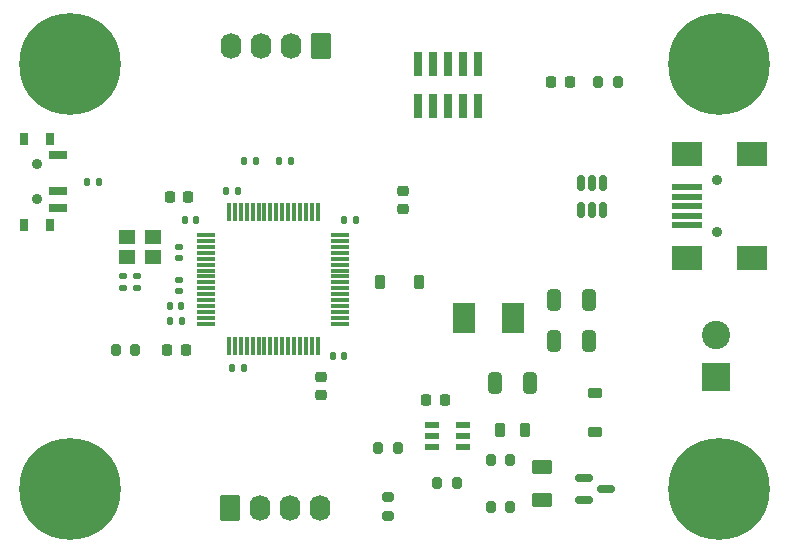
<source format=gbr>
%TF.GenerationSoftware,KiCad,Pcbnew,8.0.1*%
%TF.CreationDate,2024-04-03T13:36:13+02:00*%
%TF.ProjectId,stm32f405_v8,73746d33-3266-4343-9035-5f76382e6b69,rev?*%
%TF.SameCoordinates,Original*%
%TF.FileFunction,Soldermask,Top*%
%TF.FilePolarity,Negative*%
%FSLAX46Y46*%
G04 Gerber Fmt 4.6, Leading zero omitted, Abs format (unit mm)*
G04 Created by KiCad (PCBNEW 8.0.1) date 2024-04-03 13:36:13*
%MOMM*%
%LPD*%
G01*
G04 APERTURE LIST*
G04 Aperture macros list*
%AMRoundRect*
0 Rectangle with rounded corners*
0 $1 Rounding radius*
0 $2 $3 $4 $5 $6 $7 $8 $9 X,Y pos of 4 corners*
0 Add a 4 corners polygon primitive as box body*
4,1,4,$2,$3,$4,$5,$6,$7,$8,$9,$2,$3,0*
0 Add four circle primitives for the rounded corners*
1,1,$1+$1,$2,$3*
1,1,$1+$1,$4,$5*
1,1,$1+$1,$6,$7*
1,1,$1+$1,$8,$9*
0 Add four rect primitives between the rounded corners*
20,1,$1+$1,$2,$3,$4,$5,0*
20,1,$1+$1,$4,$5,$6,$7,0*
20,1,$1+$1,$6,$7,$8,$9,0*
20,1,$1+$1,$8,$9,$2,$3,0*%
G04 Aperture macros list end*
%ADD10RoundRect,0.250000X-0.620000X-0.845000X0.620000X-0.845000X0.620000X0.845000X-0.620000X0.845000X0*%
%ADD11O,1.740000X2.190000*%
%ADD12RoundRect,0.250000X0.620000X0.845000X-0.620000X0.845000X-0.620000X-0.845000X0.620000X-0.845000X0*%
%ADD13RoundRect,0.225000X0.225000X0.375000X-0.225000X0.375000X-0.225000X-0.375000X0.225000X-0.375000X0*%
%ADD14RoundRect,0.225000X0.375000X-0.225000X0.375000X0.225000X-0.375000X0.225000X-0.375000X-0.225000X0*%
%ADD15C,0.900000*%
%ADD16C,8.600000*%
%ADD17RoundRect,0.075000X-0.700000X-0.075000X0.700000X-0.075000X0.700000X0.075000X-0.700000X0.075000X0*%
%ADD18RoundRect,0.075000X-0.075000X-0.700000X0.075000X-0.700000X0.075000X0.700000X-0.075000X0.700000X0*%
%ADD19RoundRect,0.150000X-0.587500X-0.150000X0.587500X-0.150000X0.587500X0.150000X-0.587500X0.150000X0*%
%ADD20RoundRect,0.225000X-0.250000X0.225000X-0.250000X-0.225000X0.250000X-0.225000X0.250000X0.225000X0*%
%ADD21RoundRect,0.135000X0.135000X0.185000X-0.135000X0.185000X-0.135000X-0.185000X0.135000X-0.185000X0*%
%ADD22RoundRect,0.250000X-0.325000X-0.650000X0.325000X-0.650000X0.325000X0.650000X-0.325000X0.650000X0*%
%ADD23RoundRect,0.140000X-0.170000X0.140000X-0.170000X-0.140000X0.170000X-0.140000X0.170000X0.140000X0*%
%ADD24RoundRect,0.140000X0.170000X-0.140000X0.170000X0.140000X-0.170000X0.140000X-0.170000X-0.140000X0*%
%ADD25R,2.400000X2.400000*%
%ADD26C,2.400000*%
%ADD27R,1.150000X0.600000*%
%ADD28RoundRect,0.140000X0.140000X0.170000X-0.140000X0.170000X-0.140000X-0.170000X0.140000X-0.170000X0*%
%ADD29RoundRect,0.200000X0.200000X0.275000X-0.200000X0.275000X-0.200000X-0.275000X0.200000X-0.275000X0*%
%ADD30RoundRect,0.200000X-0.200000X-0.275000X0.200000X-0.275000X0.200000X0.275000X-0.200000X0.275000X0*%
%ADD31RoundRect,0.218750X0.218750X0.256250X-0.218750X0.256250X-0.218750X-0.256250X0.218750X-0.256250X0*%
%ADD32RoundRect,0.140000X-0.140000X-0.170000X0.140000X-0.170000X0.140000X0.170000X-0.140000X0.170000X0*%
%ADD33RoundRect,0.135000X-0.135000X-0.185000X0.135000X-0.185000X0.135000X0.185000X-0.135000X0.185000X0*%
%ADD34RoundRect,0.218750X-0.218750X-0.256250X0.218750X-0.256250X0.218750X0.256250X-0.218750X0.256250X0*%
%ADD35RoundRect,0.150000X0.150000X-0.512500X0.150000X0.512500X-0.150000X0.512500X-0.150000X-0.512500X0*%
%ADD36RoundRect,0.200000X-0.275000X0.200000X-0.275000X-0.200000X0.275000X-0.200000X0.275000X0.200000X0*%
%ADD37RoundRect,0.225000X0.225000X0.250000X-0.225000X0.250000X-0.225000X-0.250000X0.225000X-0.250000X0*%
%ADD38RoundRect,0.135000X0.185000X-0.135000X0.185000X0.135000X-0.185000X0.135000X-0.185000X-0.135000X0*%
%ADD39R,2.500000X0.500000*%
%ADD40R,2.500000X2.000000*%
%ADD41RoundRect,0.147500X-0.147500X-0.172500X0.147500X-0.172500X0.147500X0.172500X-0.147500X0.172500X0*%
%ADD42RoundRect,0.225000X0.250000X-0.225000X0.250000X0.225000X-0.250000X0.225000X-0.250000X-0.225000X0*%
%ADD43R,0.750000X2.100000*%
%ADD44R,1.400000X1.200000*%
%ADD45RoundRect,0.218750X-0.218750X-0.381250X0.218750X-0.381250X0.218750X0.381250X-0.218750X0.381250X0*%
%ADD46RoundRect,0.225000X-0.225000X-0.250000X0.225000X-0.250000X0.225000X0.250000X-0.225000X0.250000X0*%
%ADD47R,0.800000X1.000000*%
%ADD48R,1.500000X0.700000*%
%ADD49RoundRect,0.250000X0.625000X-0.375000X0.625000X0.375000X-0.625000X0.375000X-0.625000X-0.375000X0*%
%ADD50R,1.900000X2.500000*%
G04 APERTURE END LIST*
D10*
%TO.C,J4*%
X93620000Y-117600000D03*
D11*
X96160000Y-117600000D03*
X98700000Y-117600000D03*
X101240000Y-117600000D03*
%TD*%
D12*
%TO.C,J3*%
X101310000Y-78480000D03*
D11*
X98770000Y-78480000D03*
X96230000Y-78480000D03*
X93690000Y-78480000D03*
%TD*%
D13*
%TO.C,D2*%
X109625000Y-98500000D03*
X106325000Y-98500000D03*
%TD*%
D14*
%TO.C,D3*%
X124475000Y-111150000D03*
X124475000Y-107850000D03*
%TD*%
D15*
%TO.C,H2*%
X131775000Y-116000000D03*
X132719581Y-113719581D03*
X132719581Y-118280419D03*
X135000000Y-112775000D03*
D16*
X135000000Y-116000000D03*
D15*
X135000000Y-119225000D03*
X137280419Y-113719581D03*
X137280419Y-118280419D03*
X138225000Y-116000000D03*
%TD*%
D17*
%TO.C,U1*%
X91575000Y-94500000D03*
X91575000Y-95000000D03*
X91575000Y-95500000D03*
X91575000Y-96000000D03*
X91575000Y-96500000D03*
X91575000Y-97000000D03*
X91575000Y-97500000D03*
X91575000Y-98000000D03*
X91575000Y-98500000D03*
X91575000Y-99000000D03*
X91575000Y-99500000D03*
X91575000Y-100000000D03*
X91575000Y-100500000D03*
X91575000Y-101000000D03*
X91575000Y-101500000D03*
X91575000Y-102000000D03*
D18*
X93500000Y-103925000D03*
X94000000Y-103925000D03*
X94500000Y-103925000D03*
X95000000Y-103925000D03*
X95500000Y-103925000D03*
X96000000Y-103925000D03*
X96500000Y-103925000D03*
X97000000Y-103925000D03*
X97500000Y-103925000D03*
X98000000Y-103925000D03*
X98500000Y-103925000D03*
X99000000Y-103925000D03*
X99500000Y-103925000D03*
X100000000Y-103925000D03*
X100500000Y-103925000D03*
X101000000Y-103925000D03*
D17*
X102925000Y-102000000D03*
X102925000Y-101500000D03*
X102925000Y-101000000D03*
X102925000Y-100500000D03*
X102925000Y-100000000D03*
X102925000Y-99500000D03*
X102925000Y-99000000D03*
X102925000Y-98500000D03*
X102925000Y-98000000D03*
X102925000Y-97500000D03*
X102925000Y-97000000D03*
X102925000Y-96500000D03*
X102925000Y-96000000D03*
X102925000Y-95500000D03*
X102925000Y-95000000D03*
X102925000Y-94500000D03*
D18*
X101000000Y-92575000D03*
X100500000Y-92575000D03*
X100000000Y-92575000D03*
X99500000Y-92575000D03*
X99000000Y-92575000D03*
X98500000Y-92575000D03*
X98000000Y-92575000D03*
X97500000Y-92575000D03*
X97000000Y-92575000D03*
X96500000Y-92575000D03*
X96000000Y-92575000D03*
X95500000Y-92575000D03*
X95000000Y-92575000D03*
X94500000Y-92575000D03*
X94000000Y-92575000D03*
X93500000Y-92575000D03*
%TD*%
D19*
%TO.C,Q1*%
X125412500Y-116000000D03*
X123537500Y-116950000D03*
X123537500Y-115050000D03*
%TD*%
D20*
%TO.C,C1*%
X101250000Y-106475000D03*
X101250000Y-108025000D03*
%TD*%
D21*
%TO.C,R4*%
X98760000Y-88250000D03*
X97740000Y-88250000D03*
%TD*%
D22*
%TO.C,C14*%
X121000000Y-100000000D03*
X123950000Y-100000000D03*
%TD*%
%TO.C,C12*%
X116000000Y-107000000D03*
X118950000Y-107000000D03*
%TD*%
D23*
%TO.C,C11*%
X84500000Y-98000000D03*
X84500000Y-98960000D03*
%TD*%
D24*
%TO.C,C9*%
X89250000Y-99225000D03*
X89250000Y-98265000D03*
%TD*%
D25*
%TO.C,J1*%
X134725000Y-106500000D03*
D26*
X134725000Y-103000000D03*
%TD*%
D27*
%TO.C,IC1*%
X110675000Y-110550000D03*
X110675000Y-111500000D03*
X110675000Y-112450000D03*
X113275000Y-112450000D03*
X113275000Y-111500000D03*
X113275000Y-110550000D03*
%TD*%
D28*
%TO.C,C5*%
X94730000Y-105750000D03*
X93770000Y-105750000D03*
%TD*%
D21*
%TO.C,R1*%
X82510000Y-90000000D03*
X81490000Y-90000000D03*
%TD*%
D29*
%TO.C,R6*%
X117300000Y-113500000D03*
X115650000Y-113500000D03*
%TD*%
D30*
%TO.C,R11*%
X124750000Y-81500000D03*
X126400000Y-81500000D03*
%TD*%
D15*
%TO.C,H1*%
X131775000Y-80000000D03*
X132719581Y-77719581D03*
X132719581Y-82280419D03*
X135000000Y-76775000D03*
D16*
X135000000Y-80000000D03*
D15*
X135000000Y-83225000D03*
X137280419Y-77719581D03*
X137280419Y-82280419D03*
X138225000Y-80000000D03*
%TD*%
D23*
%TO.C,C10*%
X89250000Y-95520000D03*
X89250000Y-96480000D03*
%TD*%
D31*
%TO.C,D4*%
X122350000Y-81500000D03*
X120775000Y-81500000D03*
%TD*%
D32*
%TO.C,C7*%
X103270000Y-93250000D03*
X104230000Y-93250000D03*
%TD*%
D33*
%TO.C,R5*%
X94740000Y-88250000D03*
X95760000Y-88250000D03*
%TD*%
D32*
%TO.C,C16*%
X93270000Y-90750000D03*
X94230000Y-90750000D03*
%TD*%
D15*
%TO.C,H4*%
X76775000Y-80000000D03*
X77719581Y-77719581D03*
X77719581Y-82280419D03*
X80000000Y-76775000D03*
D16*
X80000000Y-80000000D03*
D15*
X80000000Y-83225000D03*
X82280419Y-77719581D03*
X82280419Y-82280419D03*
X83225000Y-80000000D03*
%TD*%
D29*
%TO.C,R3*%
X85575000Y-104250000D03*
X83925000Y-104250000D03*
%TD*%
D34*
%TO.C,D1*%
X88250000Y-104250000D03*
X89825000Y-104250000D03*
%TD*%
D35*
%TO.C,U2*%
X123300000Y-92387500D03*
X124250000Y-92387500D03*
X125200000Y-92387500D03*
X125200000Y-90112500D03*
X124250000Y-90112500D03*
X123300000Y-90112500D03*
%TD*%
D36*
%TO.C,R10*%
X106975000Y-116675000D03*
X106975000Y-118325000D03*
%TD*%
D37*
%TO.C,C3*%
X90025000Y-91250000D03*
X88475000Y-91250000D03*
%TD*%
D22*
%TO.C,C15*%
X121000000Y-103500000D03*
X123950000Y-103500000D03*
%TD*%
D30*
%TO.C,R7*%
X115650000Y-117500000D03*
X117300000Y-117500000D03*
%TD*%
D38*
%TO.C,R2*%
X85750000Y-99010000D03*
X85750000Y-97990000D03*
%TD*%
D15*
%TO.C,J5*%
X134850000Y-94250000D03*
X134850000Y-89850000D03*
D39*
X132250000Y-93650000D03*
X132250000Y-92850000D03*
X132250000Y-92050000D03*
X132250000Y-91250000D03*
X132250000Y-90450000D03*
D40*
X132250000Y-96450000D03*
X137750000Y-96450000D03*
X132250000Y-87650000D03*
X137750000Y-87650000D03*
%TD*%
D28*
%TO.C,C8*%
X89480000Y-101745000D03*
X88520000Y-101745000D03*
%TD*%
D41*
%TO.C,L1*%
X88500000Y-100495000D03*
X89470000Y-100495000D03*
%TD*%
D15*
%TO.C,H3*%
X76775000Y-116000000D03*
X77719581Y-113719581D03*
X77719581Y-118280419D03*
X80000000Y-112775000D03*
D16*
X80000000Y-116000000D03*
D15*
X80000000Y-119225000D03*
X82280419Y-113719581D03*
X82280419Y-118280419D03*
X83225000Y-116000000D03*
%TD*%
D42*
%TO.C,C2*%
X108225000Y-92275000D03*
X108225000Y-90725000D03*
%TD*%
D43*
%TO.C,J2*%
X114540000Y-83600000D03*
X114540000Y-80000000D03*
X113270000Y-83600000D03*
X113270000Y-80000000D03*
X112000000Y-83600000D03*
X112000000Y-80000000D03*
X110730000Y-83600000D03*
X110730000Y-80000000D03*
X109460000Y-83600000D03*
X109460000Y-80000000D03*
%TD*%
D28*
%TO.C,C4*%
X90730000Y-93250000D03*
X89770000Y-93250000D03*
%TD*%
D44*
%TO.C,Y1*%
X87100000Y-94650000D03*
X84900000Y-94650000D03*
X84900000Y-96350000D03*
X87100000Y-96350000D03*
%TD*%
D32*
%TO.C,C6*%
X102270000Y-104750000D03*
X103230000Y-104750000D03*
%TD*%
D45*
%TO.C,FB1*%
X116412500Y-111000000D03*
X118537500Y-111000000D03*
%TD*%
D46*
%TO.C,C13*%
X110200000Y-108500000D03*
X111750000Y-108500000D03*
%TD*%
D47*
%TO.C,SW1*%
X78380000Y-86325000D03*
X76170000Y-86325000D03*
D15*
X77270000Y-88475000D03*
X77270000Y-91475000D03*
D47*
X78380000Y-93625000D03*
X76170000Y-93625000D03*
D48*
X79030000Y-87725000D03*
X79030000Y-90725000D03*
X79030000Y-92225000D03*
%TD*%
D29*
%TO.C,R9*%
X107800000Y-112500000D03*
X106150000Y-112500000D03*
%TD*%
D49*
%TO.C,F1*%
X119975000Y-116900000D03*
X119975000Y-114100000D03*
%TD*%
D29*
%TO.C,R8*%
X112800000Y-115500000D03*
X111150000Y-115500000D03*
%TD*%
D50*
%TO.C,L2*%
X113425000Y-101500000D03*
X117525000Y-101500000D03*
%TD*%
M02*

</source>
